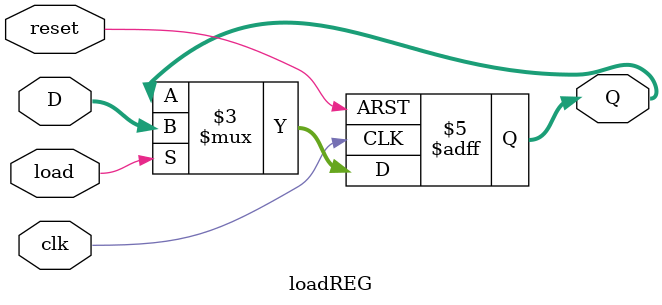
<source format=v>
`timescale 1ns / 1ps
/*=================================================================================
 * Authors:	  Benjamin Santos
 * Email: 	  benjaminsantos@gmx.com
 * Project:   CECS 460 Lab 2 - Transmit Engine
 * File Name: loadREG.v
 * Date: 	  February 8, 2018
 *
 * Notes:     Register(Q) that accepts the value D only if the LOAD flag is active
=================================================================================*/
module loadREG(clk, reset, load, D, Q);
   input clk, reset, load;
   input [7:0] D;
   output reg [7:0] Q;
   
   always @(posedge clk, posedge reset) begin
      if(reset)
         Q <= 16'b0;
      else
         if(load)
            Q <= D;
         else
            Q <= Q;
   end
   
endmodule

</source>
